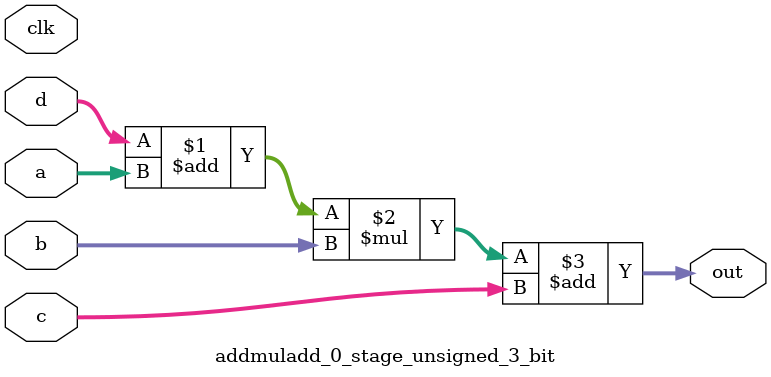
<source format=sv>
(* use_dsp = "yes" *) module addmuladd_0_stage_unsigned_3_bit(
	input  [2:0] a,
	input  [2:0] b,
	input  [2:0] c,
	input  [2:0] d,
	output [2:0] out,
	input clk);

	assign out = ((d + a) * b) + c;
endmodule

</source>
